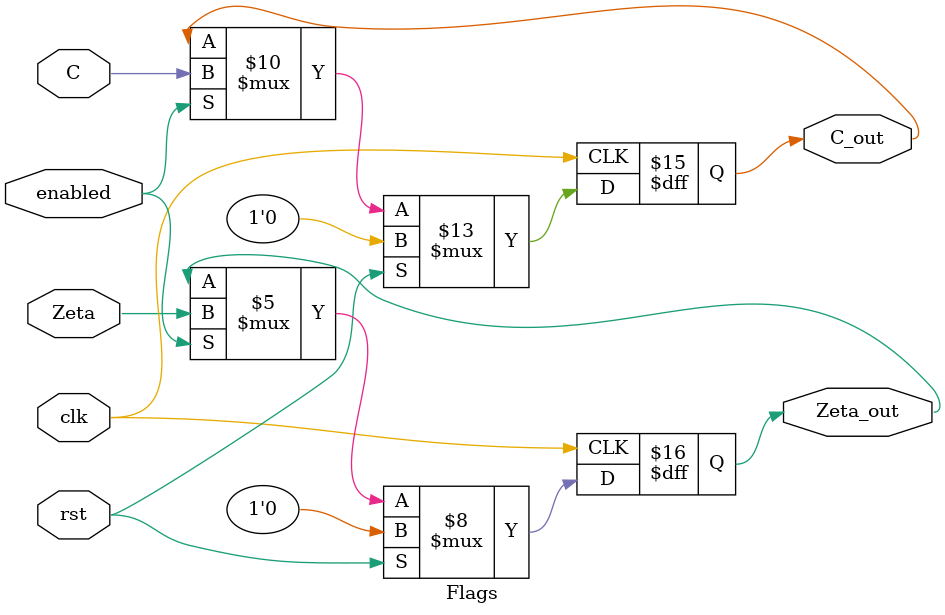
<source format=v>
module Flags (input clk,enabled,rst,C,Zeta, output C_out,Zeta_out); 

  wire clk,enabled,rst,C,Zeta;    
  reg C_out=0;
  reg Zeta_out=0;

  always @ (posedge clk)
    begin
      if(rst) 
        begin        
          C_out <= 0;
          Zeta_out <= 0;
        end
      else if (enabled==1) 
        begin       
          C_out <=  C;
          Zeta_out <=  Zeta;
        end
    end

endmodule
</source>
